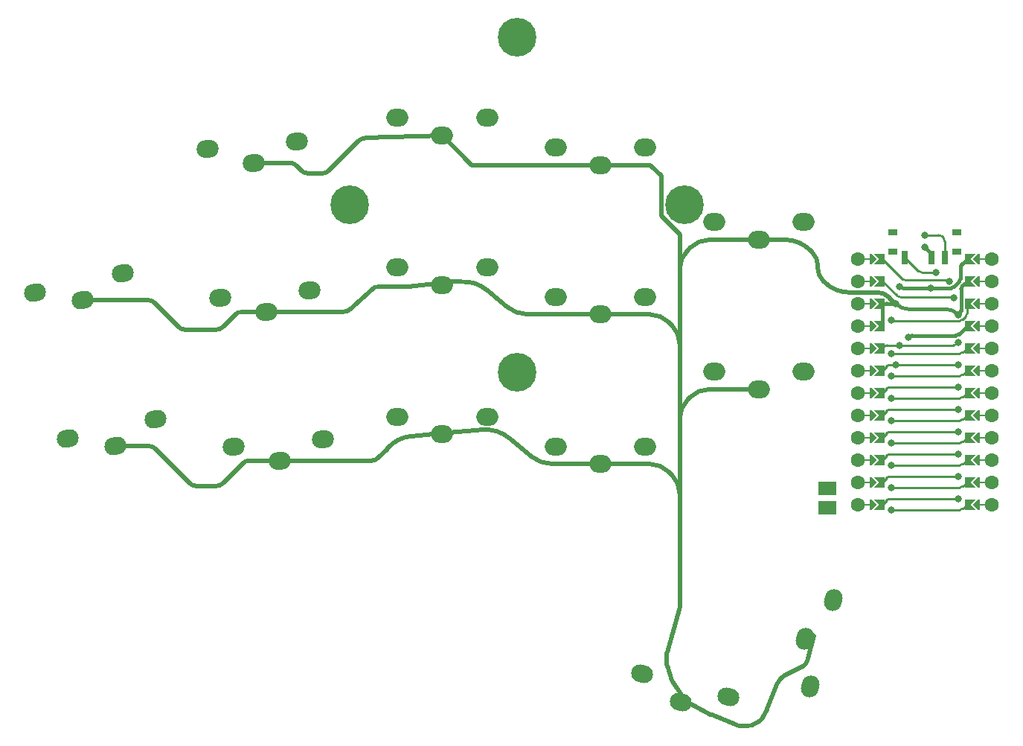
<source format=gbr>
G04 #@! TF.GenerationSoftware,KiCad,Pcbnew,6.0.0-d3dd2cf0fa~116~ubuntu20.04.1*
G04 #@! TF.CreationDate,2022-01-06T00:14:51-05:00*
G04 #@! TF.ProjectId,phantoma,7068616e-746f-46d6-912e-6b696361645f,0.1*
G04 #@! TF.SameCoordinates,Original*
G04 #@! TF.FileFunction,Copper,L2,Bot*
G04 #@! TF.FilePolarity,Positive*
%FSLAX46Y46*%
G04 Gerber Fmt 4.6, Leading zero omitted, Abs format (unit mm)*
G04 Created by KiCad (PCBNEW 6.0.0-d3dd2cf0fa~116~ubuntu20.04.1) date 2022-01-06 00:14:51*
%MOMM*%
%LPD*%
G01*
G04 APERTURE LIST*
G04 Aperture macros list*
%AMHorizOval*
0 Thick line with rounded ends*
0 $1 width*
0 $2 $3 position (X,Y) of the first rounded end (center of the circle)*
0 $4 $5 position (X,Y) of the second rounded end (center of the circle)*
0 Add line between two ends*
20,1,$1,$2,$3,$4,$5,0*
0 Add two circle primitives to create the rounded ends*
1,1,$1,$2,$3*
1,1,$1,$4,$5*%
%AMFreePoly0*
4,1,5,0.125000,-0.500000,-0.125000,-0.500000,-0.125000,0.500000,0.125000,0.500000,0.125000,-0.500000,0.125000,-0.500000,$1*%
%AMFreePoly1*
4,1,6,0.600000,0.200000,0.000000,-0.400000,-0.600000,0.200000,-0.600000,0.400000,0.600000,0.400000,0.600000,0.200000,0.600000,0.200000,$1*%
%AMFreePoly2*
4,1,6,0.600000,-0.250000,-0.600000,-0.250000,-0.600000,1.000000,0.000000,0.400000,0.600000,1.000000,0.600000,-0.250000,0.600000,-0.250000,$1*%
G04 Aperture macros list end*
G04 #@! TA.AperFunction,ComponentPad*
%ADD10HorizOval,2.000000X0.244074X0.054110X-0.244074X-0.054110X0*%
G04 #@! TD*
G04 #@! TA.AperFunction,ComponentPad*
%ADD11HorizOval,2.000000X0.249049X0.021789X-0.249049X-0.021789X0*%
G04 #@! TD*
G04 #@! TA.AperFunction,ComponentPad*
%ADD12O,2.500000X2.000000*%
G04 #@! TD*
G04 #@! TA.AperFunction,ComponentPad*
%ADD13HorizOval,2.000000X0.241481X-0.064705X-0.241481X0.064705X0*%
G04 #@! TD*
G04 #@! TA.AperFunction,ComponentPad*
%ADD14HorizOval,2.000000X-0.064705X-0.241481X0.064705X0.241481X0*%
G04 #@! TD*
G04 #@! TA.AperFunction,SMDPad,CuDef*
%ADD15R,2.100000X1.500000*%
G04 #@! TD*
G04 #@! TA.AperFunction,SMDPad,CuDef*
%ADD16FreePoly0,90.000000*%
G04 #@! TD*
G04 #@! TA.AperFunction,ComponentPad*
%ADD17C,1.600000*%
G04 #@! TD*
G04 #@! TA.AperFunction,SMDPad,CuDef*
%ADD18FreePoly0,270.000000*%
G04 #@! TD*
G04 #@! TA.AperFunction,SMDPad,CuDef*
%ADD19FreePoly1,270.000000*%
G04 #@! TD*
G04 #@! TA.AperFunction,SMDPad,CuDef*
%ADD20FreePoly1,90.000000*%
G04 #@! TD*
G04 #@! TA.AperFunction,SMDPad,CuDef*
%ADD21FreePoly2,90.000000*%
G04 #@! TD*
G04 #@! TA.AperFunction,SMDPad,CuDef*
%ADD22FreePoly2,270.000000*%
G04 #@! TD*
G04 #@! TA.AperFunction,SMDPad,CuDef*
%ADD23R,1.000000X0.800000*%
G04 #@! TD*
G04 #@! TA.AperFunction,SMDPad,CuDef*
%ADD24R,0.700000X1.500000*%
G04 #@! TD*
G04 #@! TA.AperFunction,ComponentPad*
%ADD25C,4.400000*%
G04 #@! TD*
G04 #@! TA.AperFunction,ViaPad*
%ADD26C,0.800000*%
G04 #@! TD*
G04 #@! TA.AperFunction,Conductor*
%ADD27C,0.250000*%
G04 #@! TD*
G04 #@! TA.AperFunction,Conductor*
%ADD28C,0.500000*%
G04 #@! TD*
G04 #@! TA.AperFunction,Conductor*
%ADD29C,0.400000*%
G04 #@! TD*
G04 APERTURE END LIST*
D10*
X32925503Y-68182001D03*
X42883722Y-65974317D03*
X38337492Y-69030751D03*
D11*
X52514091Y-51867116D03*
X62675277Y-50978127D03*
X57768996Y-53415011D03*
D12*
X74140000Y-48305728D03*
X84340000Y-48305728D03*
X79240000Y-50305728D03*
X102349010Y-51674444D03*
X92149010Y-51674444D03*
X97249010Y-53674444D03*
X120349006Y-60174447D03*
X110149006Y-60174447D03*
X115249006Y-62174447D03*
D10*
X36604979Y-84779027D03*
X46563198Y-82571343D03*
X42016968Y-85627777D03*
D11*
X64156919Y-67913443D03*
X53995733Y-68802432D03*
X59250638Y-70350327D03*
D12*
X74140000Y-65305728D03*
X84340000Y-65305728D03*
X79240000Y-67305728D03*
X102349010Y-68674441D03*
X92149010Y-68674441D03*
X97249010Y-70674441D03*
X110149010Y-77174446D03*
X120349010Y-77174446D03*
X115249010Y-79174446D03*
D11*
X55477381Y-85737740D03*
X65638567Y-84848751D03*
X60732286Y-87285635D03*
D12*
X74140000Y-82305739D03*
X84340000Y-82305739D03*
X79240000Y-84305739D03*
X92149010Y-85674443D03*
X102349010Y-85674443D03*
X97249010Y-87674443D03*
D13*
X101971662Y-111503864D03*
X111824105Y-114143818D03*
X106380246Y-114755692D03*
D14*
X123766274Y-103112052D03*
X121126320Y-112964495D03*
X120514446Y-107520636D03*
D15*
X123046965Y-92679741D03*
X123046965Y-90479741D03*
D16*
X127789009Y-89734446D03*
D17*
X126519009Y-64334446D03*
D18*
X140489009Y-92274446D03*
D17*
X141759009Y-74494446D03*
D19*
X139981009Y-87194446D03*
D20*
X128297009Y-84654446D03*
D17*
X141759009Y-69414446D03*
D19*
X139981009Y-79574446D03*
D18*
X140489009Y-87194446D03*
D17*
X126519009Y-71954446D03*
X126519009Y-77034446D03*
D20*
X128297009Y-87194446D03*
X128297009Y-74494446D03*
D17*
X141759009Y-79574446D03*
D19*
X139981009Y-66874446D03*
D17*
X141759009Y-92274446D03*
D18*
X140489009Y-74494446D03*
D19*
X139981009Y-84654446D03*
D20*
X128297009Y-79574446D03*
X128297009Y-69414446D03*
D17*
X126519009Y-66874446D03*
X141759009Y-84654446D03*
D20*
X128297009Y-92274446D03*
D16*
X127789009Y-74494446D03*
D19*
X139981009Y-89734446D03*
D18*
X140489009Y-77034446D03*
D17*
X141759009Y-77034446D03*
D20*
X128297009Y-89734446D03*
D17*
X141759009Y-64334446D03*
D20*
X128297009Y-66874446D03*
D17*
X141759009Y-82114446D03*
D18*
X140489009Y-64334446D03*
D17*
X141759009Y-71954446D03*
D16*
X127789009Y-69414446D03*
D17*
X126519009Y-69414446D03*
D16*
X127789009Y-84654446D03*
D18*
X140489009Y-66874446D03*
D17*
X126519009Y-89734446D03*
D20*
X128297009Y-82114446D03*
D17*
X126519009Y-79574446D03*
D18*
X140489009Y-71954446D03*
D19*
X139981009Y-92274446D03*
D16*
X127789009Y-82114446D03*
X127789009Y-87194446D03*
D20*
X128297009Y-77034446D03*
D17*
X126519009Y-87194446D03*
D19*
X139981009Y-64334446D03*
D17*
X141759009Y-66874446D03*
D19*
X139981009Y-82114446D03*
D16*
X127789009Y-77034446D03*
D19*
X139981009Y-77034446D03*
D18*
X140489009Y-82114446D03*
D19*
X139981009Y-74494446D03*
D17*
X126519009Y-74494446D03*
D16*
X127789009Y-64334446D03*
D19*
X139981009Y-69414446D03*
D17*
X126519009Y-84654446D03*
D18*
X140489009Y-79574446D03*
D17*
X126519009Y-92274446D03*
X126519009Y-82114446D03*
D20*
X128297009Y-71954446D03*
D18*
X140489009Y-69414446D03*
D17*
X141759009Y-89734446D03*
D18*
X140489009Y-84654446D03*
D16*
X127789009Y-92274446D03*
X127789009Y-71954446D03*
D20*
X128297009Y-64334446D03*
D17*
X141759009Y-87194446D03*
D16*
X127789009Y-79574446D03*
D19*
X139981009Y-71954446D03*
D16*
X127789009Y-66874446D03*
D18*
X140489009Y-89734446D03*
D21*
X129313009Y-64334446D03*
X129313009Y-66874446D03*
X129313009Y-69414446D03*
X129313009Y-71954446D03*
X129313009Y-74494446D03*
X129313009Y-77034446D03*
X129313009Y-79574446D03*
X129313009Y-82114446D03*
X129313009Y-84654446D03*
X129313009Y-87194446D03*
X129313009Y-89734446D03*
X129313009Y-92274446D03*
D22*
X138965009Y-92274446D03*
X138965009Y-89734446D03*
X138965009Y-87194446D03*
X138965009Y-84654446D03*
X138965009Y-82114446D03*
X138965009Y-79574446D03*
X138965009Y-77034446D03*
X138965009Y-74494446D03*
X138965009Y-71954446D03*
X138965009Y-69414446D03*
X138965009Y-66874446D03*
X138965009Y-64334446D03*
D23*
X137797486Y-61341256D03*
X130497486Y-61341256D03*
X130497486Y-63541256D03*
X137797486Y-63541256D03*
D24*
X131897486Y-64191256D03*
X134897486Y-64191256D03*
X136397486Y-64191256D03*
D25*
X68707000Y-58166000D03*
X87757000Y-39116000D03*
X106807000Y-58166000D03*
X87757000Y-77216000D03*
D26*
X134147489Y-61641258D03*
X130313005Y-92909447D03*
X130313007Y-82749441D03*
X130313007Y-80209443D03*
X130313006Y-77669446D03*
X137965009Y-73859446D03*
X131313009Y-74176946D03*
X137965007Y-86559444D03*
X130313008Y-90369445D03*
X130313007Y-87829443D03*
X130313009Y-85289444D03*
X137965009Y-76399444D03*
X130813009Y-76399446D03*
X137965005Y-84019446D03*
X137965011Y-81479447D03*
X137965007Y-78939446D03*
X137965007Y-89099443D03*
X137965009Y-91639446D03*
X130313008Y-71319445D03*
X137465008Y-68779446D03*
X136965009Y-66874444D03*
X130813008Y-69414444D03*
X137965007Y-70684444D03*
X134147491Y-63041258D03*
X132313009Y-73224443D03*
X123046965Y-90479742D03*
X135419174Y-65864289D03*
X123046964Y-92679742D03*
X134818840Y-67673956D03*
X131313008Y-67509445D03*
X130313007Y-75129443D03*
D27*
X136397488Y-62305390D02*
X136397491Y-64191258D01*
X136086912Y-61787707D02*
X136251043Y-61951840D01*
X134147489Y-61641258D02*
X135733356Y-61641258D01*
X136251043Y-61951840D02*
G75*
G02*
X136397488Y-62305390I-353552J-353551D01*
G01*
X135733356Y-61641259D02*
G75*
G02*
X136086912Y-61787707I-1J-500003D01*
G01*
X130313005Y-92909447D02*
X138122898Y-92909446D01*
X138476451Y-92763000D02*
X138965006Y-92274446D01*
X138476451Y-92763000D02*
G75*
G02*
X138122898Y-92909446I-353553J353556D01*
G01*
X138476456Y-82602997D02*
X138965008Y-82114444D01*
X130313007Y-82749441D02*
X138122902Y-82749444D01*
X138122902Y-82749444D02*
G75*
G03*
X138476456Y-82602997I1J499997D01*
G01*
X138476455Y-80062999D02*
X138965007Y-79574444D01*
X130313007Y-80209443D02*
X138122900Y-80209447D01*
X138476455Y-80062999D02*
G75*
G02*
X138122900Y-80209447I-353556J353556D01*
G01*
X130313006Y-77669446D02*
X138122899Y-77669446D01*
X138476453Y-77522999D02*
X138965008Y-77034444D01*
X138476453Y-77522999D02*
G75*
G02*
X138122899Y-77669446I-353553J353550D01*
G01*
X129313009Y-74494446D02*
X129484063Y-74323392D01*
X137793956Y-74030499D02*
X137965009Y-73859446D01*
X131313009Y-74176946D02*
X137440402Y-74176946D01*
X129837616Y-74176946D02*
X131313009Y-74176946D01*
X137793956Y-74030499D02*
G75*
G02*
X137440402Y-74176946I-353553J353550D01*
G01*
X129484063Y-74323392D02*
G75*
G02*
X129837616Y-74176946I353553J-353556D01*
G01*
X129801560Y-86705891D02*
X129313007Y-87194443D01*
X137965007Y-86559444D02*
X130155113Y-86559445D01*
X130155113Y-86559446D02*
G75*
G03*
X129801560Y-86705891I0J-500001D01*
G01*
X130313008Y-90369445D02*
X138122901Y-90369448D01*
X138476456Y-90223000D02*
X138965009Y-89734442D01*
X138476456Y-90223000D02*
G75*
G02*
X138122901Y-90369448I-353556J353556D01*
G01*
X130313007Y-87829443D02*
X138122901Y-87829445D01*
X138476454Y-87682999D02*
X138965008Y-87194447D01*
X138476454Y-87682999D02*
G75*
G02*
X138122901Y-87829445I-353553J353556D01*
G01*
X138476455Y-85142998D02*
X138965007Y-84654447D01*
X130313009Y-85289444D02*
X138122902Y-85289444D01*
X138122902Y-85289443D02*
G75*
G03*
X138476455Y-85142998I0J500001D01*
G01*
X130813009Y-76399446D02*
X130155116Y-76399446D01*
X130813011Y-76399444D02*
X130813009Y-76399446D01*
X137965009Y-76399444D02*
X130813011Y-76399444D01*
X129801562Y-76545893D02*
X129313009Y-77034446D01*
X129801562Y-76545893D02*
G75*
G02*
X130155116Y-76399446I353553J-353550D01*
G01*
X129801560Y-84165893D02*
X129313008Y-84654447D01*
X137965005Y-84019446D02*
X130155114Y-84019446D01*
X130155114Y-84019446D02*
G75*
G03*
X129801560Y-84165893I-1J-499997D01*
G01*
X129801562Y-81625893D02*
X129313006Y-82114447D01*
X137965011Y-81479447D02*
X130155115Y-81479447D01*
X130155115Y-81479448D02*
G75*
G03*
X129801562Y-81625893I0J-500001D01*
G01*
X129801563Y-79085890D02*
X129313006Y-79574444D01*
X137965007Y-78939446D02*
X130155115Y-78939445D01*
X130155115Y-78939446D02*
G75*
G03*
X129801563Y-79085890I0J-500001D01*
G01*
X137965007Y-89099443D02*
X130155115Y-89099445D01*
X129801562Y-89245891D02*
X129313009Y-89734443D01*
X129801562Y-89245891D02*
G75*
G02*
X130155115Y-89099445I353553J-353556D01*
G01*
X137965009Y-91639446D02*
X130155114Y-91639445D01*
X129801563Y-91785890D02*
X129313004Y-92274443D01*
X129801563Y-91785890D02*
G75*
G02*
X130155114Y-91639445I353552J-353557D01*
G01*
X138965009Y-70536492D02*
X138965008Y-69414446D01*
X130313008Y-71319445D02*
X130402519Y-71408954D01*
X130402519Y-71408954D02*
X138092545Y-71408956D01*
X138446099Y-71262509D02*
X138818563Y-70890045D01*
X138965008Y-70536492D02*
G75*
G02*
X138818563Y-70890045I-500001J0D01*
G01*
X138092545Y-71408956D02*
G75*
G03*
X138446099Y-71262509I1J499997D01*
G01*
X130982049Y-68543488D02*
X129313008Y-66874446D01*
X137375497Y-68689933D02*
X131335603Y-68689935D01*
X137465008Y-68779446D02*
X137375497Y-68689933D01*
X131335603Y-68689935D02*
G75*
G02*
X130982049Y-68543488I-1J499997D01*
G01*
X136965009Y-66874444D02*
X136875495Y-66784933D01*
X136875495Y-66784933D02*
X131970605Y-66784936D01*
X131617051Y-66638489D02*
X129313008Y-64334444D01*
X131970605Y-66784936D02*
G75*
G02*
X131617051Y-66638489I-1J499997D01*
G01*
D28*
X107137572Y-63402138D02*
X107486583Y-63053125D01*
X81350915Y-66952885D02*
X80027363Y-66952885D01*
D29*
X132286692Y-70059701D02*
X136511836Y-70059700D01*
D28*
X107486577Y-80053130D02*
X107137571Y-80402139D01*
X109906430Y-116225572D02*
X112851191Y-117403477D01*
X75282132Y-67480017D02*
X71999197Y-67480017D01*
D29*
X129313008Y-69914445D02*
X129313009Y-71954447D01*
D28*
X122545787Y-66805787D02*
X122728427Y-66988427D01*
X79056175Y-84218589D02*
X83909130Y-83794008D01*
D29*
X130813008Y-69414444D02*
X130872474Y-69473910D01*
D28*
X79237849Y-67283271D02*
X79260306Y-67305728D01*
X45756537Y-69030751D02*
X38337492Y-69030751D01*
X86493468Y-69738620D02*
X84270684Y-67873486D01*
X63914214Y-54610000D02*
X65625786Y-54610000D01*
X60732286Y-87285635D02*
X57273579Y-87285635D01*
X116220448Y-115531381D02*
X117398769Y-112585577D01*
X104157489Y-54897058D02*
X102934870Y-53674439D01*
X62597904Y-53707904D02*
X63207107Y-54317107D01*
X105006187Y-71553120D02*
X105380204Y-71927142D01*
X106258886Y-82523462D02*
X106258889Y-74048465D01*
X49237107Y-72097107D02*
X46463644Y-69323644D01*
X86828903Y-84714611D02*
X89241033Y-86738627D01*
X106258887Y-61554887D02*
X104157489Y-59453489D01*
X56566472Y-87578528D02*
X54267893Y-89877107D01*
X75369291Y-67476211D02*
X77574530Y-67283271D01*
X97249007Y-70674444D02*
X102884871Y-70674442D01*
D29*
X130813008Y-69414444D02*
X129813008Y-69414445D01*
D28*
X82629021Y-53674439D02*
X79260310Y-50305728D01*
X104775000Y-109363249D02*
X104775000Y-110327722D01*
X75700370Y-84512184D02*
X79056175Y-84218589D01*
X121960000Y-65048427D02*
X121960000Y-65391573D01*
X104157489Y-59453489D02*
X104157489Y-54897058D01*
X115249006Y-62174447D02*
X118257593Y-62174447D01*
X115249002Y-79174443D02*
X109607903Y-79174448D01*
X79260310Y-50305728D02*
X70451202Y-50613012D01*
X121086020Y-63346020D02*
X121374214Y-63634214D01*
X55721780Y-70643220D02*
X54267893Y-72097107D01*
X59250638Y-70350327D02*
X56428887Y-70350327D01*
D29*
X130813008Y-69414444D02*
X130791584Y-69414444D01*
X138264517Y-67782040D02*
X138264519Y-70177826D01*
D28*
X79320256Y-67245778D02*
X79260306Y-67305728D01*
X72984822Y-85925812D02*
X71917892Y-86992742D01*
X106995466Y-114675432D02*
X109806157Y-116178874D01*
X106258889Y-74048465D02*
X106258887Y-65523460D01*
X106218672Y-104284387D02*
X104815216Y-109082511D01*
X104826317Y-110643950D02*
X105364504Y-112258513D01*
X66332893Y-54317107D02*
X69744095Y-50905905D01*
X115719071Y-116541858D02*
X116186398Y-115607204D01*
X89064622Y-70674443D02*
X97249013Y-70674441D01*
X130791584Y-69414444D02*
X130122926Y-68745786D01*
X102934870Y-53674439D02*
X82629021Y-53674439D01*
X106258887Y-65523460D02*
X106258887Y-61554887D01*
X114511146Y-117369427D02*
X115271858Y-116989071D01*
X118255146Y-111687427D02*
X120246162Y-110691919D01*
D29*
X138965008Y-66874448D02*
X138410965Y-67428485D01*
D28*
X105380213Y-88927140D02*
X105006190Y-88553123D01*
X71210785Y-87285635D02*
X60732286Y-87285635D01*
X77574530Y-67283271D02*
X79237849Y-67283271D01*
X120765610Y-110053546D02*
X121524333Y-107189200D01*
X125556854Y-68160000D02*
X128708713Y-68160000D01*
X113222582Y-117475000D02*
X114063932Y-117475000D01*
X117620139Y-112249861D02*
X117995253Y-111874747D01*
D29*
X134751043Y-63644810D02*
X134147491Y-63041258D01*
D28*
X106258889Y-91048466D02*
X106258888Y-104003649D01*
D29*
X137926051Y-70645488D02*
X137965007Y-70684444D01*
D28*
X105492127Y-112513126D02*
X106995466Y-114675432D01*
X102884870Y-87674449D02*
X97249009Y-87674447D01*
X53560786Y-72390000D02*
X49944214Y-72390000D01*
X109607905Y-62174445D02*
X115249007Y-62174446D01*
X91812179Y-87674446D02*
X97249009Y-87674447D01*
X50507107Y-89877107D02*
X46550670Y-85920670D01*
X68059888Y-70350327D02*
X59250638Y-70350327D01*
D29*
X138118072Y-70531380D02*
X137965007Y-70684444D01*
D28*
X45843563Y-85627777D02*
X42016968Y-85627777D01*
X57768996Y-53415011D02*
X61890797Y-53415011D01*
X68731055Y-70091633D02*
X71292090Y-67772910D01*
X53560786Y-90170000D02*
X51214214Y-90170000D01*
X106258889Y-91048466D02*
X106258886Y-82523462D01*
D29*
X134897491Y-64191256D02*
X134897490Y-63998361D01*
D28*
X107486583Y-63053125D02*
G75*
G02*
X109607905Y-62174445I2121330J-2121343D01*
G01*
X49237107Y-72097107D02*
G75*
G03*
X49944214Y-72390000I707106J707106D01*
G01*
X105492127Y-112513126D02*
G75*
G02*
X105364504Y-112258513I821023J570824D01*
G01*
X66332893Y-54317107D02*
G75*
G02*
X65625786Y-54610000I-707106J707106D01*
G01*
X75700370Y-84512184D02*
G75*
G03*
X72984822Y-85925812I348646J-3984808D01*
G01*
X105006187Y-71553120D02*
G75*
G03*
X102884871Y-70674442I-2121286J-2121243D01*
G01*
D29*
X138264517Y-67782040D02*
G75*
G02*
X138410965Y-67428485I499992J3D01*
G01*
X138118072Y-70531380D02*
G75*
G03*
X138264519Y-70177826I-353550J353553D01*
G01*
D28*
X86828902Y-84714612D02*
G75*
G03*
X83909130Y-83794009I-2571152J-3064176D01*
G01*
X46463644Y-69323644D02*
G75*
G03*
X45756537Y-69030751I-707106J-707106D01*
G01*
X106218672Y-104284387D02*
G75*
G03*
X106258888Y-104003649I-959767J280737D01*
G01*
X71210785Y-87285634D02*
G75*
G03*
X71917891Y-86992741I3J999993D01*
G01*
X71999197Y-67480018D02*
G75*
G03*
X71292091Y-67772911I-3J-999993D01*
G01*
X121960001Y-65391573D02*
G75*
G03*
X122545788Y-66805786I1999999J0D01*
G01*
X114063932Y-117475000D02*
G75*
G03*
X114511146Y-117369427I0J999999D01*
G01*
X56428887Y-70350328D02*
G75*
G03*
X55721781Y-70643221I-3J-999993D01*
G01*
D29*
X130872474Y-69473910D02*
G75*
G03*
X132286692Y-70059701I1414217J1414206D01*
G01*
D28*
X106258886Y-82523462D02*
G75*
G02*
X107137571Y-80402139I3000000J-3D01*
G01*
X68059888Y-70350326D02*
G75*
G03*
X68731054Y-70091632I0J999999D01*
G01*
D29*
X129813008Y-69414445D02*
G75*
G03*
X129313008Y-69914445I1J-500001D01*
G01*
D28*
X45843563Y-85627778D02*
G75*
G02*
X46550669Y-85920671I3J-999993D01*
G01*
X105380204Y-71927142D02*
G75*
G02*
X106258889Y-74048465I-2121265J-2121305D01*
G01*
X112851191Y-117403477D02*
G75*
G03*
X113222582Y-117475000I371395J928504D01*
G01*
X50507107Y-89877107D02*
G75*
G03*
X51214214Y-90170000I707104J707101D01*
G01*
X80027363Y-66952886D02*
G75*
G03*
X79320257Y-67245779I-3J-999993D01*
G01*
X53560786Y-90169999D02*
G75*
G03*
X54267892Y-89877106I3J999993D01*
G01*
X70451202Y-50613013D02*
G75*
G03*
X69744096Y-50905906I-1J-999998D01*
G01*
X56566472Y-87578528D02*
G75*
G02*
X57273579Y-87285635I707104J-707101D01*
G01*
X117995254Y-111874748D02*
G75*
G02*
X118255146Y-111687428I707100J-707100D01*
G01*
X75282132Y-67480016D02*
G75*
G03*
X75369291Y-67476210I-2J999941D01*
G01*
X117620139Y-112249861D02*
G75*
G03*
X117398770Y-112585577I707125J-707119D01*
G01*
X104826317Y-110643950D02*
G75*
G02*
X104775000Y-110327722I948712J316233D01*
G01*
X130122926Y-68745786D02*
G75*
G03*
X128708713Y-68160000I-1414213J-1414214D01*
G01*
X84270684Y-67873486D02*
G75*
G03*
X81350915Y-66952885I-2571144J-3064159D01*
G01*
D29*
X136511836Y-70059701D02*
G75*
G02*
X137926050Y-70645489I2J-1999994D01*
G01*
D28*
X109906430Y-116225571D02*
G75*
G02*
X109806157Y-116178873I371228J928130D01*
G01*
D29*
X134897489Y-63998361D02*
G75*
G03*
X134751043Y-63644810I-500003J-4D01*
G01*
D28*
X104815216Y-109082511D02*
G75*
G03*
X104775000Y-109363249I959767J-280737D01*
G01*
X107486577Y-80053130D02*
G75*
G02*
X109607903Y-79174448I2121313J-2121295D01*
G01*
X102884870Y-87674450D02*
G75*
G02*
X105006189Y-88553124I8J-2999993D01*
G01*
X91812179Y-87674445D02*
G75*
G02*
X89241034Y-86738626I-6J3999981D01*
G01*
X105380213Y-88927140D02*
G75*
G02*
X106258889Y-91048466I-2121369J-2121335D01*
G01*
X118257593Y-62174447D02*
G75*
G02*
X121086020Y-63346020I0J-3999999D01*
G01*
X116220448Y-115531381D02*
G75*
G02*
X116186398Y-115607204I-928771J371528D01*
G01*
X86493468Y-69738620D02*
G75*
G03*
X89064622Y-70674443I2571187J3064274D01*
G01*
X121959999Y-65048427D02*
G75*
G03*
X121374213Y-63634215I-1999999J0D01*
G01*
X107137572Y-63402138D02*
G75*
G03*
X106258887Y-65523460I2121270J-2121307D01*
G01*
X53560786Y-72389999D02*
G75*
G03*
X54267892Y-72097106I3J999993D01*
G01*
X115719070Y-116541858D02*
G75*
G02*
X115271858Y-116989070I-894422J447210D01*
G01*
X120765609Y-110053546D02*
G75*
G02*
X120246162Y-110691919I-966659J256051D01*
G01*
X125556854Y-68160000D02*
G75*
G02*
X122728427Y-66988427I0J3999999D01*
G01*
X63914214Y-54609999D02*
G75*
G02*
X63207108Y-54317106I-1J999998D01*
G01*
X62597904Y-53707904D02*
G75*
G03*
X61890797Y-53415011I-707104J-707101D01*
G01*
D29*
X137652409Y-73059934D02*
X132684625Y-73059934D01*
X138005963Y-72913487D02*
X138965007Y-71954443D01*
X132331071Y-73206381D02*
X132313009Y-73224443D01*
X132331071Y-73206381D02*
G75*
G02*
X132684625Y-73059934I353553J-353550D01*
G01*
X137652409Y-73059934D02*
G75*
G03*
X138005963Y-72913487I1J499997D01*
G01*
D27*
X131897486Y-64191256D02*
X133424073Y-65717843D01*
X133777626Y-65864289D02*
X135419174Y-65864289D01*
X133777626Y-65864288D02*
G75*
G02*
X133424073Y-65717843I0J500001D01*
G01*
D29*
X137447681Y-67527512D02*
X138052462Y-66922727D01*
X137094124Y-67673959D02*
X134818843Y-67673959D01*
X138198907Y-66569175D02*
X138198907Y-65307655D01*
X138345354Y-64954101D02*
X138965010Y-64334446D01*
X134818843Y-67673959D02*
X134818840Y-67673956D01*
X131331071Y-67527508D02*
X131313008Y-67509445D01*
X134818840Y-67673956D02*
X131684626Y-67673956D01*
X138198906Y-66569175D02*
G75*
G02*
X138052462Y-66922727I-500001J0D01*
G01*
X138345354Y-64954101D02*
G75*
G03*
X138198907Y-65307655I353550J-353553D01*
G01*
X137094124Y-67673958D02*
G75*
G03*
X137447680Y-67527511I7J499990D01*
G01*
X131684626Y-67673956D02*
G75*
G02*
X131331071Y-67527508I-3J499992D01*
G01*
D27*
X130313007Y-75129443D02*
X138122903Y-75129446D01*
X138476457Y-74982998D02*
X138965009Y-74494444D01*
X138476457Y-74982998D02*
G75*
G02*
X138122903Y-75129446I-353556J353556D01*
G01*
M02*

</source>
